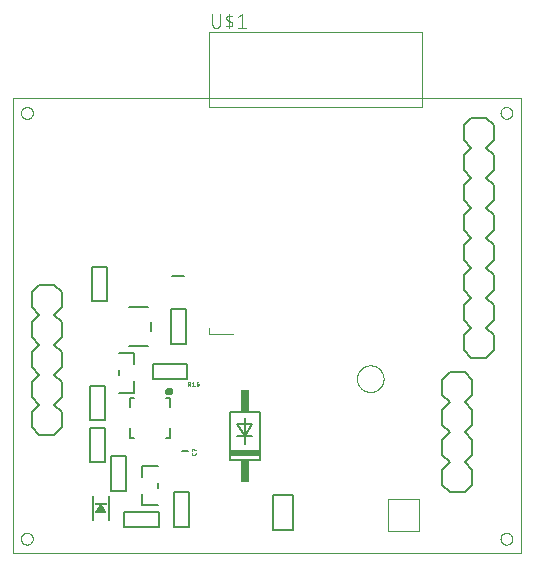
<source format=gto>
G75*
%MOIN*%
%OFA0B0*%
%FSLAX25Y25*%
%IPPOS*%
%LPD*%
%AMOC8*
5,1,8,0,0,1.08239X$1,22.5*
%
%ADD10C,0.00000*%
%ADD11C,0.00394*%
%ADD12C,0.00400*%
%ADD13C,0.00800*%
%ADD14C,0.00600*%
%ADD15R,0.10000X0.02000*%
%ADD16R,0.03000X0.07500*%
%ADD17C,0.01600*%
%ADD18C,0.00300*%
%ADD19R,0.03937X0.00787*%
%ADD20C,0.00500*%
D10*
X0001006Y0001006D02*
X0001006Y0152778D01*
X0170298Y0152778D01*
X0170298Y0001006D01*
X0001006Y0001006D01*
X0003762Y0005928D02*
X0003764Y0006016D01*
X0003770Y0006104D01*
X0003780Y0006192D01*
X0003794Y0006280D01*
X0003811Y0006366D01*
X0003833Y0006452D01*
X0003858Y0006536D01*
X0003888Y0006620D01*
X0003920Y0006702D01*
X0003957Y0006782D01*
X0003997Y0006861D01*
X0004041Y0006938D01*
X0004088Y0007013D01*
X0004138Y0007085D01*
X0004192Y0007156D01*
X0004248Y0007223D01*
X0004308Y0007289D01*
X0004370Y0007351D01*
X0004436Y0007411D01*
X0004503Y0007467D01*
X0004574Y0007521D01*
X0004646Y0007571D01*
X0004721Y0007618D01*
X0004798Y0007662D01*
X0004877Y0007702D01*
X0004957Y0007739D01*
X0005039Y0007771D01*
X0005123Y0007801D01*
X0005207Y0007826D01*
X0005293Y0007848D01*
X0005379Y0007865D01*
X0005467Y0007879D01*
X0005555Y0007889D01*
X0005643Y0007895D01*
X0005731Y0007897D01*
X0005819Y0007895D01*
X0005907Y0007889D01*
X0005995Y0007879D01*
X0006083Y0007865D01*
X0006169Y0007848D01*
X0006255Y0007826D01*
X0006339Y0007801D01*
X0006423Y0007771D01*
X0006505Y0007739D01*
X0006585Y0007702D01*
X0006664Y0007662D01*
X0006741Y0007618D01*
X0006816Y0007571D01*
X0006888Y0007521D01*
X0006959Y0007467D01*
X0007026Y0007411D01*
X0007092Y0007351D01*
X0007154Y0007289D01*
X0007214Y0007223D01*
X0007270Y0007156D01*
X0007324Y0007085D01*
X0007374Y0007013D01*
X0007421Y0006938D01*
X0007465Y0006861D01*
X0007505Y0006782D01*
X0007542Y0006702D01*
X0007574Y0006620D01*
X0007604Y0006536D01*
X0007629Y0006452D01*
X0007651Y0006366D01*
X0007668Y0006280D01*
X0007682Y0006192D01*
X0007692Y0006104D01*
X0007698Y0006016D01*
X0007700Y0005928D01*
X0007698Y0005840D01*
X0007692Y0005752D01*
X0007682Y0005664D01*
X0007668Y0005576D01*
X0007651Y0005490D01*
X0007629Y0005404D01*
X0007604Y0005320D01*
X0007574Y0005236D01*
X0007542Y0005154D01*
X0007505Y0005074D01*
X0007465Y0004995D01*
X0007421Y0004918D01*
X0007374Y0004843D01*
X0007324Y0004771D01*
X0007270Y0004700D01*
X0007214Y0004633D01*
X0007154Y0004567D01*
X0007092Y0004505D01*
X0007026Y0004445D01*
X0006959Y0004389D01*
X0006888Y0004335D01*
X0006816Y0004285D01*
X0006741Y0004238D01*
X0006664Y0004194D01*
X0006585Y0004154D01*
X0006505Y0004117D01*
X0006423Y0004085D01*
X0006339Y0004055D01*
X0006255Y0004030D01*
X0006169Y0004008D01*
X0006083Y0003991D01*
X0005995Y0003977D01*
X0005907Y0003967D01*
X0005819Y0003961D01*
X0005731Y0003959D01*
X0005643Y0003961D01*
X0005555Y0003967D01*
X0005467Y0003977D01*
X0005379Y0003991D01*
X0005293Y0004008D01*
X0005207Y0004030D01*
X0005123Y0004055D01*
X0005039Y0004085D01*
X0004957Y0004117D01*
X0004877Y0004154D01*
X0004798Y0004194D01*
X0004721Y0004238D01*
X0004646Y0004285D01*
X0004574Y0004335D01*
X0004503Y0004389D01*
X0004436Y0004445D01*
X0004370Y0004505D01*
X0004308Y0004567D01*
X0004248Y0004633D01*
X0004192Y0004700D01*
X0004138Y0004771D01*
X0004088Y0004843D01*
X0004041Y0004918D01*
X0003997Y0004995D01*
X0003957Y0005074D01*
X0003920Y0005154D01*
X0003888Y0005236D01*
X0003858Y0005320D01*
X0003833Y0005404D01*
X0003811Y0005490D01*
X0003794Y0005576D01*
X0003780Y0005664D01*
X0003770Y0005752D01*
X0003764Y0005840D01*
X0003762Y0005928D01*
X0115769Y0059273D02*
X0115771Y0059405D01*
X0115777Y0059538D01*
X0115787Y0059670D01*
X0115801Y0059802D01*
X0115818Y0059933D01*
X0115840Y0060064D01*
X0115866Y0060194D01*
X0115895Y0060323D01*
X0115929Y0060451D01*
X0115966Y0060578D01*
X0116007Y0060704D01*
X0116051Y0060829D01*
X0116100Y0060953D01*
X0116152Y0061074D01*
X0116208Y0061195D01*
X0116267Y0061313D01*
X0116330Y0061430D01*
X0116396Y0061545D01*
X0116466Y0061657D01*
X0116539Y0061768D01*
X0116615Y0061876D01*
X0116694Y0061982D01*
X0116777Y0062086D01*
X0116863Y0062187D01*
X0116951Y0062285D01*
X0117043Y0062381D01*
X0117137Y0062474D01*
X0117234Y0062564D01*
X0117334Y0062652D01*
X0117437Y0062736D01*
X0117541Y0062817D01*
X0117649Y0062895D01*
X0117758Y0062969D01*
X0117870Y0063041D01*
X0117984Y0063109D01*
X0118099Y0063173D01*
X0118217Y0063234D01*
X0118336Y0063292D01*
X0118457Y0063346D01*
X0118580Y0063396D01*
X0118704Y0063442D01*
X0118829Y0063485D01*
X0118956Y0063524D01*
X0119084Y0063560D01*
X0119212Y0063591D01*
X0119342Y0063619D01*
X0119472Y0063642D01*
X0119603Y0063662D01*
X0119735Y0063678D01*
X0119867Y0063690D01*
X0119999Y0063698D01*
X0120132Y0063702D01*
X0120264Y0063702D01*
X0120397Y0063698D01*
X0120529Y0063690D01*
X0120661Y0063678D01*
X0120793Y0063662D01*
X0120924Y0063642D01*
X0121054Y0063619D01*
X0121184Y0063591D01*
X0121312Y0063560D01*
X0121440Y0063524D01*
X0121567Y0063485D01*
X0121692Y0063442D01*
X0121816Y0063396D01*
X0121939Y0063346D01*
X0122060Y0063292D01*
X0122179Y0063234D01*
X0122297Y0063173D01*
X0122413Y0063109D01*
X0122526Y0063041D01*
X0122638Y0062969D01*
X0122747Y0062895D01*
X0122855Y0062817D01*
X0122959Y0062736D01*
X0123062Y0062652D01*
X0123162Y0062564D01*
X0123259Y0062474D01*
X0123353Y0062381D01*
X0123445Y0062285D01*
X0123533Y0062187D01*
X0123619Y0062086D01*
X0123702Y0061982D01*
X0123781Y0061876D01*
X0123857Y0061768D01*
X0123930Y0061657D01*
X0124000Y0061545D01*
X0124066Y0061430D01*
X0124129Y0061313D01*
X0124188Y0061195D01*
X0124244Y0061074D01*
X0124296Y0060953D01*
X0124345Y0060829D01*
X0124389Y0060704D01*
X0124430Y0060578D01*
X0124467Y0060451D01*
X0124501Y0060323D01*
X0124530Y0060194D01*
X0124556Y0060064D01*
X0124578Y0059933D01*
X0124595Y0059802D01*
X0124609Y0059670D01*
X0124619Y0059538D01*
X0124625Y0059405D01*
X0124627Y0059273D01*
X0124625Y0059141D01*
X0124619Y0059008D01*
X0124609Y0058876D01*
X0124595Y0058744D01*
X0124578Y0058613D01*
X0124556Y0058482D01*
X0124530Y0058352D01*
X0124501Y0058223D01*
X0124467Y0058095D01*
X0124430Y0057968D01*
X0124389Y0057842D01*
X0124345Y0057717D01*
X0124296Y0057593D01*
X0124244Y0057472D01*
X0124188Y0057351D01*
X0124129Y0057233D01*
X0124066Y0057116D01*
X0124000Y0057001D01*
X0123930Y0056889D01*
X0123857Y0056778D01*
X0123781Y0056670D01*
X0123702Y0056564D01*
X0123619Y0056460D01*
X0123533Y0056359D01*
X0123445Y0056261D01*
X0123353Y0056165D01*
X0123259Y0056072D01*
X0123162Y0055982D01*
X0123062Y0055894D01*
X0122959Y0055810D01*
X0122855Y0055729D01*
X0122747Y0055651D01*
X0122638Y0055577D01*
X0122526Y0055505D01*
X0122412Y0055437D01*
X0122297Y0055373D01*
X0122179Y0055312D01*
X0122060Y0055254D01*
X0121939Y0055200D01*
X0121816Y0055150D01*
X0121692Y0055104D01*
X0121567Y0055061D01*
X0121440Y0055022D01*
X0121312Y0054986D01*
X0121184Y0054955D01*
X0121054Y0054927D01*
X0120924Y0054904D01*
X0120793Y0054884D01*
X0120661Y0054868D01*
X0120529Y0054856D01*
X0120397Y0054848D01*
X0120264Y0054844D01*
X0120132Y0054844D01*
X0119999Y0054848D01*
X0119867Y0054856D01*
X0119735Y0054868D01*
X0119603Y0054884D01*
X0119472Y0054904D01*
X0119342Y0054927D01*
X0119212Y0054955D01*
X0119084Y0054986D01*
X0118956Y0055022D01*
X0118829Y0055061D01*
X0118704Y0055104D01*
X0118580Y0055150D01*
X0118457Y0055200D01*
X0118336Y0055254D01*
X0118217Y0055312D01*
X0118099Y0055373D01*
X0117983Y0055437D01*
X0117870Y0055505D01*
X0117758Y0055577D01*
X0117649Y0055651D01*
X0117541Y0055729D01*
X0117437Y0055810D01*
X0117334Y0055894D01*
X0117234Y0055982D01*
X0117137Y0056072D01*
X0117043Y0056165D01*
X0116951Y0056261D01*
X0116863Y0056359D01*
X0116777Y0056460D01*
X0116694Y0056564D01*
X0116615Y0056670D01*
X0116539Y0056778D01*
X0116466Y0056889D01*
X0116396Y0057001D01*
X0116330Y0057116D01*
X0116267Y0057233D01*
X0116208Y0057351D01*
X0116152Y0057472D01*
X0116100Y0057593D01*
X0116051Y0057717D01*
X0116007Y0057842D01*
X0115966Y0057968D01*
X0115929Y0058095D01*
X0115895Y0058223D01*
X0115866Y0058352D01*
X0115840Y0058482D01*
X0115818Y0058613D01*
X0115801Y0058744D01*
X0115787Y0058876D01*
X0115777Y0059008D01*
X0115771Y0059141D01*
X0115769Y0059273D01*
X0163604Y0005928D02*
X0163606Y0006016D01*
X0163612Y0006104D01*
X0163622Y0006192D01*
X0163636Y0006280D01*
X0163653Y0006366D01*
X0163675Y0006452D01*
X0163700Y0006536D01*
X0163730Y0006620D01*
X0163762Y0006702D01*
X0163799Y0006782D01*
X0163839Y0006861D01*
X0163883Y0006938D01*
X0163930Y0007013D01*
X0163980Y0007085D01*
X0164034Y0007156D01*
X0164090Y0007223D01*
X0164150Y0007289D01*
X0164212Y0007351D01*
X0164278Y0007411D01*
X0164345Y0007467D01*
X0164416Y0007521D01*
X0164488Y0007571D01*
X0164563Y0007618D01*
X0164640Y0007662D01*
X0164719Y0007702D01*
X0164799Y0007739D01*
X0164881Y0007771D01*
X0164965Y0007801D01*
X0165049Y0007826D01*
X0165135Y0007848D01*
X0165221Y0007865D01*
X0165309Y0007879D01*
X0165397Y0007889D01*
X0165485Y0007895D01*
X0165573Y0007897D01*
X0165661Y0007895D01*
X0165749Y0007889D01*
X0165837Y0007879D01*
X0165925Y0007865D01*
X0166011Y0007848D01*
X0166097Y0007826D01*
X0166181Y0007801D01*
X0166265Y0007771D01*
X0166347Y0007739D01*
X0166427Y0007702D01*
X0166506Y0007662D01*
X0166583Y0007618D01*
X0166658Y0007571D01*
X0166730Y0007521D01*
X0166801Y0007467D01*
X0166868Y0007411D01*
X0166934Y0007351D01*
X0166996Y0007289D01*
X0167056Y0007223D01*
X0167112Y0007156D01*
X0167166Y0007085D01*
X0167216Y0007013D01*
X0167263Y0006938D01*
X0167307Y0006861D01*
X0167347Y0006782D01*
X0167384Y0006702D01*
X0167416Y0006620D01*
X0167446Y0006536D01*
X0167471Y0006452D01*
X0167493Y0006366D01*
X0167510Y0006280D01*
X0167524Y0006192D01*
X0167534Y0006104D01*
X0167540Y0006016D01*
X0167542Y0005928D01*
X0167540Y0005840D01*
X0167534Y0005752D01*
X0167524Y0005664D01*
X0167510Y0005576D01*
X0167493Y0005490D01*
X0167471Y0005404D01*
X0167446Y0005320D01*
X0167416Y0005236D01*
X0167384Y0005154D01*
X0167347Y0005074D01*
X0167307Y0004995D01*
X0167263Y0004918D01*
X0167216Y0004843D01*
X0167166Y0004771D01*
X0167112Y0004700D01*
X0167056Y0004633D01*
X0166996Y0004567D01*
X0166934Y0004505D01*
X0166868Y0004445D01*
X0166801Y0004389D01*
X0166730Y0004335D01*
X0166658Y0004285D01*
X0166583Y0004238D01*
X0166506Y0004194D01*
X0166427Y0004154D01*
X0166347Y0004117D01*
X0166265Y0004085D01*
X0166181Y0004055D01*
X0166097Y0004030D01*
X0166011Y0004008D01*
X0165925Y0003991D01*
X0165837Y0003977D01*
X0165749Y0003967D01*
X0165661Y0003961D01*
X0165573Y0003959D01*
X0165485Y0003961D01*
X0165397Y0003967D01*
X0165309Y0003977D01*
X0165221Y0003991D01*
X0165135Y0004008D01*
X0165049Y0004030D01*
X0164965Y0004055D01*
X0164881Y0004085D01*
X0164799Y0004117D01*
X0164719Y0004154D01*
X0164640Y0004194D01*
X0164563Y0004238D01*
X0164488Y0004285D01*
X0164416Y0004335D01*
X0164345Y0004389D01*
X0164278Y0004445D01*
X0164212Y0004505D01*
X0164150Y0004567D01*
X0164090Y0004633D01*
X0164034Y0004700D01*
X0163980Y0004771D01*
X0163930Y0004843D01*
X0163883Y0004918D01*
X0163839Y0004995D01*
X0163799Y0005074D01*
X0163762Y0005154D01*
X0163730Y0005236D01*
X0163700Y0005320D01*
X0163675Y0005404D01*
X0163653Y0005490D01*
X0163636Y0005576D01*
X0163622Y0005664D01*
X0163612Y0005752D01*
X0163606Y0005840D01*
X0163604Y0005928D01*
X0163604Y0147857D02*
X0163606Y0147945D01*
X0163612Y0148033D01*
X0163622Y0148121D01*
X0163636Y0148209D01*
X0163653Y0148295D01*
X0163675Y0148381D01*
X0163700Y0148465D01*
X0163730Y0148549D01*
X0163762Y0148631D01*
X0163799Y0148711D01*
X0163839Y0148790D01*
X0163883Y0148867D01*
X0163930Y0148942D01*
X0163980Y0149014D01*
X0164034Y0149085D01*
X0164090Y0149152D01*
X0164150Y0149218D01*
X0164212Y0149280D01*
X0164278Y0149340D01*
X0164345Y0149396D01*
X0164416Y0149450D01*
X0164488Y0149500D01*
X0164563Y0149547D01*
X0164640Y0149591D01*
X0164719Y0149631D01*
X0164799Y0149668D01*
X0164881Y0149700D01*
X0164965Y0149730D01*
X0165049Y0149755D01*
X0165135Y0149777D01*
X0165221Y0149794D01*
X0165309Y0149808D01*
X0165397Y0149818D01*
X0165485Y0149824D01*
X0165573Y0149826D01*
X0165661Y0149824D01*
X0165749Y0149818D01*
X0165837Y0149808D01*
X0165925Y0149794D01*
X0166011Y0149777D01*
X0166097Y0149755D01*
X0166181Y0149730D01*
X0166265Y0149700D01*
X0166347Y0149668D01*
X0166427Y0149631D01*
X0166506Y0149591D01*
X0166583Y0149547D01*
X0166658Y0149500D01*
X0166730Y0149450D01*
X0166801Y0149396D01*
X0166868Y0149340D01*
X0166934Y0149280D01*
X0166996Y0149218D01*
X0167056Y0149152D01*
X0167112Y0149085D01*
X0167166Y0149014D01*
X0167216Y0148942D01*
X0167263Y0148867D01*
X0167307Y0148790D01*
X0167347Y0148711D01*
X0167384Y0148631D01*
X0167416Y0148549D01*
X0167446Y0148465D01*
X0167471Y0148381D01*
X0167493Y0148295D01*
X0167510Y0148209D01*
X0167524Y0148121D01*
X0167534Y0148033D01*
X0167540Y0147945D01*
X0167542Y0147857D01*
X0167540Y0147769D01*
X0167534Y0147681D01*
X0167524Y0147593D01*
X0167510Y0147505D01*
X0167493Y0147419D01*
X0167471Y0147333D01*
X0167446Y0147249D01*
X0167416Y0147165D01*
X0167384Y0147083D01*
X0167347Y0147003D01*
X0167307Y0146924D01*
X0167263Y0146847D01*
X0167216Y0146772D01*
X0167166Y0146700D01*
X0167112Y0146629D01*
X0167056Y0146562D01*
X0166996Y0146496D01*
X0166934Y0146434D01*
X0166868Y0146374D01*
X0166801Y0146318D01*
X0166730Y0146264D01*
X0166658Y0146214D01*
X0166583Y0146167D01*
X0166506Y0146123D01*
X0166427Y0146083D01*
X0166347Y0146046D01*
X0166265Y0146014D01*
X0166181Y0145984D01*
X0166097Y0145959D01*
X0166011Y0145937D01*
X0165925Y0145920D01*
X0165837Y0145906D01*
X0165749Y0145896D01*
X0165661Y0145890D01*
X0165573Y0145888D01*
X0165485Y0145890D01*
X0165397Y0145896D01*
X0165309Y0145906D01*
X0165221Y0145920D01*
X0165135Y0145937D01*
X0165049Y0145959D01*
X0164965Y0145984D01*
X0164881Y0146014D01*
X0164799Y0146046D01*
X0164719Y0146083D01*
X0164640Y0146123D01*
X0164563Y0146167D01*
X0164488Y0146214D01*
X0164416Y0146264D01*
X0164345Y0146318D01*
X0164278Y0146374D01*
X0164212Y0146434D01*
X0164150Y0146496D01*
X0164090Y0146562D01*
X0164034Y0146629D01*
X0163980Y0146700D01*
X0163930Y0146772D01*
X0163883Y0146847D01*
X0163839Y0146924D01*
X0163799Y0147003D01*
X0163762Y0147083D01*
X0163730Y0147165D01*
X0163700Y0147249D01*
X0163675Y0147333D01*
X0163653Y0147419D01*
X0163636Y0147505D01*
X0163622Y0147593D01*
X0163612Y0147681D01*
X0163606Y0147769D01*
X0163604Y0147857D01*
X0003762Y0147857D02*
X0003764Y0147945D01*
X0003770Y0148033D01*
X0003780Y0148121D01*
X0003794Y0148209D01*
X0003811Y0148295D01*
X0003833Y0148381D01*
X0003858Y0148465D01*
X0003888Y0148549D01*
X0003920Y0148631D01*
X0003957Y0148711D01*
X0003997Y0148790D01*
X0004041Y0148867D01*
X0004088Y0148942D01*
X0004138Y0149014D01*
X0004192Y0149085D01*
X0004248Y0149152D01*
X0004308Y0149218D01*
X0004370Y0149280D01*
X0004436Y0149340D01*
X0004503Y0149396D01*
X0004574Y0149450D01*
X0004646Y0149500D01*
X0004721Y0149547D01*
X0004798Y0149591D01*
X0004877Y0149631D01*
X0004957Y0149668D01*
X0005039Y0149700D01*
X0005123Y0149730D01*
X0005207Y0149755D01*
X0005293Y0149777D01*
X0005379Y0149794D01*
X0005467Y0149808D01*
X0005555Y0149818D01*
X0005643Y0149824D01*
X0005731Y0149826D01*
X0005819Y0149824D01*
X0005907Y0149818D01*
X0005995Y0149808D01*
X0006083Y0149794D01*
X0006169Y0149777D01*
X0006255Y0149755D01*
X0006339Y0149730D01*
X0006423Y0149700D01*
X0006505Y0149668D01*
X0006585Y0149631D01*
X0006664Y0149591D01*
X0006741Y0149547D01*
X0006816Y0149500D01*
X0006888Y0149450D01*
X0006959Y0149396D01*
X0007026Y0149340D01*
X0007092Y0149280D01*
X0007154Y0149218D01*
X0007214Y0149152D01*
X0007270Y0149085D01*
X0007324Y0149014D01*
X0007374Y0148942D01*
X0007421Y0148867D01*
X0007465Y0148790D01*
X0007505Y0148711D01*
X0007542Y0148631D01*
X0007574Y0148549D01*
X0007604Y0148465D01*
X0007629Y0148381D01*
X0007651Y0148295D01*
X0007668Y0148209D01*
X0007682Y0148121D01*
X0007692Y0148033D01*
X0007698Y0147945D01*
X0007700Y0147857D01*
X0007698Y0147769D01*
X0007692Y0147681D01*
X0007682Y0147593D01*
X0007668Y0147505D01*
X0007651Y0147419D01*
X0007629Y0147333D01*
X0007604Y0147249D01*
X0007574Y0147165D01*
X0007542Y0147083D01*
X0007505Y0147003D01*
X0007465Y0146924D01*
X0007421Y0146847D01*
X0007374Y0146772D01*
X0007324Y0146700D01*
X0007270Y0146629D01*
X0007214Y0146562D01*
X0007154Y0146496D01*
X0007092Y0146434D01*
X0007026Y0146374D01*
X0006959Y0146318D01*
X0006888Y0146264D01*
X0006816Y0146214D01*
X0006741Y0146167D01*
X0006664Y0146123D01*
X0006585Y0146083D01*
X0006505Y0146046D01*
X0006423Y0146014D01*
X0006339Y0145984D01*
X0006255Y0145959D01*
X0006169Y0145937D01*
X0006083Y0145920D01*
X0005995Y0145906D01*
X0005907Y0145896D01*
X0005819Y0145890D01*
X0005731Y0145888D01*
X0005643Y0145890D01*
X0005555Y0145896D01*
X0005467Y0145906D01*
X0005379Y0145920D01*
X0005293Y0145937D01*
X0005207Y0145959D01*
X0005123Y0145984D01*
X0005039Y0146014D01*
X0004957Y0146046D01*
X0004877Y0146083D01*
X0004798Y0146123D01*
X0004721Y0146167D01*
X0004646Y0146214D01*
X0004574Y0146264D01*
X0004503Y0146318D01*
X0004436Y0146374D01*
X0004370Y0146434D01*
X0004308Y0146496D01*
X0004248Y0146562D01*
X0004192Y0146629D01*
X0004138Y0146700D01*
X0004088Y0146772D01*
X0004041Y0146847D01*
X0003997Y0146924D01*
X0003957Y0147003D01*
X0003920Y0147083D01*
X0003888Y0147165D01*
X0003858Y0147249D01*
X0003833Y0147333D01*
X0003811Y0147419D01*
X0003794Y0147505D01*
X0003780Y0147593D01*
X0003770Y0147681D01*
X0003764Y0147769D01*
X0003762Y0147857D01*
D11*
X0066412Y0149872D02*
X0066412Y0174676D01*
X0137278Y0174676D01*
X0137278Y0149872D01*
X0066412Y0149872D01*
X0066412Y0076250D02*
X0066412Y0074282D01*
X0074286Y0074282D01*
X0126185Y0019106D02*
X0126185Y0008476D01*
X0136421Y0008476D01*
X0136421Y0019106D01*
X0126185Y0019106D01*
D12*
X0078650Y0176194D02*
X0076095Y0176194D01*
X0077373Y0176194D02*
X0077373Y0180794D01*
X0076095Y0179772D01*
X0073812Y0178111D02*
X0073173Y0178494D01*
X0072534Y0178878D01*
X0072150Y0176961D02*
X0072225Y0176918D01*
X0072301Y0176879D01*
X0072379Y0176842D01*
X0072458Y0176810D01*
X0072539Y0176780D01*
X0072621Y0176754D01*
X0072704Y0176732D01*
X0072788Y0176713D01*
X0072872Y0176697D01*
X0072957Y0176686D01*
X0073043Y0176678D01*
X0073128Y0176673D01*
X0073214Y0176672D01*
X0073300Y0176675D01*
X0073386Y0176681D01*
X0073471Y0176691D01*
X0073556Y0176705D01*
X0073173Y0176194D02*
X0073173Y0180794D01*
X0072790Y0180283D02*
X0072737Y0180271D01*
X0072685Y0180256D01*
X0072634Y0180236D01*
X0072585Y0180214D01*
X0072537Y0180188D01*
X0072491Y0180158D01*
X0072448Y0180126D01*
X0072407Y0180090D01*
X0072368Y0180052D01*
X0072333Y0180011D01*
X0072300Y0179967D01*
X0072271Y0179922D01*
X0072245Y0179874D01*
X0072222Y0179824D01*
X0072203Y0179774D01*
X0072188Y0179722D01*
X0072176Y0179668D01*
X0072169Y0179615D01*
X0072165Y0179561D01*
X0072164Y0179506D01*
X0072168Y0179452D01*
X0072176Y0179398D01*
X0072187Y0179345D01*
X0072202Y0179293D01*
X0072221Y0179242D01*
X0072244Y0179193D01*
X0072269Y0179145D01*
X0072299Y0179099D01*
X0072331Y0179056D01*
X0072366Y0179014D01*
X0072405Y0178976D01*
X0072446Y0178940D01*
X0072489Y0178907D01*
X0072534Y0178878D01*
X0072789Y0180284D02*
X0072874Y0180298D01*
X0072959Y0180308D01*
X0073045Y0180314D01*
X0073131Y0180317D01*
X0073217Y0180316D01*
X0073302Y0180311D01*
X0073388Y0180303D01*
X0073473Y0180292D01*
X0073557Y0180276D01*
X0073641Y0180257D01*
X0073724Y0180235D01*
X0073806Y0180209D01*
X0073887Y0180179D01*
X0073966Y0180147D01*
X0074044Y0180110D01*
X0074120Y0180071D01*
X0074195Y0180028D01*
X0073812Y0178111D02*
X0073857Y0178082D01*
X0073900Y0178049D01*
X0073941Y0178013D01*
X0073980Y0177975D01*
X0074015Y0177933D01*
X0074047Y0177890D01*
X0074077Y0177844D01*
X0074102Y0177796D01*
X0074125Y0177747D01*
X0074144Y0177696D01*
X0074159Y0177644D01*
X0074170Y0177591D01*
X0074178Y0177537D01*
X0074182Y0177483D01*
X0074181Y0177428D01*
X0074177Y0177374D01*
X0074170Y0177321D01*
X0074158Y0177267D01*
X0074143Y0177215D01*
X0074124Y0177165D01*
X0074101Y0177115D01*
X0074075Y0177067D01*
X0074046Y0177022D01*
X0074013Y0176978D01*
X0073978Y0176937D01*
X0073939Y0176899D01*
X0073898Y0176863D01*
X0073855Y0176831D01*
X0073809Y0176801D01*
X0073761Y0176775D01*
X0073712Y0176753D01*
X0073661Y0176733D01*
X0073609Y0176718D01*
X0073556Y0176706D01*
X0070100Y0177472D02*
X0070100Y0180794D01*
X0067545Y0180794D02*
X0067545Y0177472D01*
X0067547Y0177402D01*
X0067553Y0177331D01*
X0067562Y0177262D01*
X0067576Y0177193D01*
X0067593Y0177124D01*
X0067614Y0177057D01*
X0067639Y0176991D01*
X0067667Y0176927D01*
X0067699Y0176864D01*
X0067734Y0176803D01*
X0067773Y0176744D01*
X0067814Y0176687D01*
X0067859Y0176633D01*
X0067907Y0176581D01*
X0067957Y0176532D01*
X0068011Y0176485D01*
X0068066Y0176442D01*
X0068124Y0176402D01*
X0068184Y0176365D01*
X0068246Y0176332D01*
X0068310Y0176302D01*
X0068375Y0176275D01*
X0068441Y0176252D01*
X0068509Y0176233D01*
X0068578Y0176218D01*
X0068647Y0176206D01*
X0068717Y0176198D01*
X0068788Y0176194D01*
X0068858Y0176194D01*
X0068929Y0176198D01*
X0068999Y0176206D01*
X0069068Y0176218D01*
X0069137Y0176233D01*
X0069205Y0176252D01*
X0069271Y0176275D01*
X0069336Y0176302D01*
X0069400Y0176332D01*
X0069462Y0176365D01*
X0069522Y0176402D01*
X0069580Y0176442D01*
X0069635Y0176485D01*
X0069689Y0176532D01*
X0069739Y0176581D01*
X0069787Y0176633D01*
X0069832Y0176687D01*
X0069873Y0176744D01*
X0069912Y0176803D01*
X0069947Y0176864D01*
X0069979Y0176927D01*
X0070007Y0176991D01*
X0070032Y0177057D01*
X0070053Y0177124D01*
X0070070Y0177193D01*
X0070084Y0177262D01*
X0070093Y0177331D01*
X0070099Y0177402D01*
X0070101Y0177472D01*
D13*
X0032361Y0096666D02*
X0027361Y0096666D01*
X0027361Y0085166D01*
X0032361Y0085166D01*
X0032361Y0096666D01*
X0039711Y0083239D02*
X0046010Y0083239D01*
X0046994Y0078317D02*
X0046994Y0075168D01*
X0046010Y0070246D02*
X0039711Y0070246D01*
X0041567Y0067827D02*
X0036398Y0067827D01*
X0041567Y0067827D02*
X0041567Y0064052D01*
X0036367Y0062173D02*
X0036367Y0060367D01*
X0041567Y0058433D02*
X0041567Y0054658D01*
X0036398Y0054658D01*
X0040168Y0052935D02*
X0040168Y0049786D01*
X0040168Y0052935D02*
X0041546Y0052935D01*
X0047611Y0059136D02*
X0047611Y0064136D01*
X0059111Y0064136D01*
X0059111Y0059136D01*
X0047611Y0059136D01*
X0052176Y0052935D02*
X0053554Y0052935D01*
X0053554Y0049786D01*
X0053554Y0042699D02*
X0053554Y0039550D01*
X0052176Y0039550D01*
X0057361Y0035243D02*
X0059361Y0035243D01*
X0049429Y0030327D02*
X0044261Y0030327D01*
X0044261Y0026552D01*
X0049461Y0024618D02*
X0049461Y0022812D01*
X0044261Y0020933D02*
X0044261Y0017158D01*
X0049429Y0017158D01*
X0049611Y0014743D02*
X0049611Y0009743D01*
X0038111Y0009743D01*
X0038111Y0014743D01*
X0049611Y0014743D01*
X0054861Y0009993D02*
X0054861Y0021493D01*
X0059861Y0021493D01*
X0059861Y0009993D01*
X0054861Y0009993D01*
X0038861Y0021993D02*
X0033861Y0021993D01*
X0033861Y0033493D01*
X0038861Y0033493D01*
X0038861Y0021993D01*
X0033117Y0020180D02*
X0033117Y0012306D01*
X0031935Y0014865D02*
X0028786Y0014865D01*
X0030361Y0017227D01*
X0031935Y0014865D01*
X0031148Y0015455D02*
X0029573Y0015455D01*
X0030361Y0016636D01*
X0031148Y0015455D01*
X0030666Y0016178D02*
X0030055Y0016178D01*
X0027605Y0012306D02*
X0027605Y0020180D01*
X0026861Y0031493D02*
X0031861Y0031493D01*
X0031861Y0042993D01*
X0026861Y0042993D01*
X0026861Y0031493D01*
X0017424Y0043152D02*
X0014924Y0040652D01*
X0009924Y0040652D01*
X0007424Y0043152D01*
X0007424Y0048152D01*
X0009924Y0050652D01*
X0007424Y0053152D01*
X0007424Y0058152D01*
X0009924Y0060652D01*
X0007424Y0063152D01*
X0007424Y0068152D01*
X0009924Y0070652D01*
X0007424Y0073152D01*
X0007424Y0078152D01*
X0009924Y0080652D01*
X0007424Y0083152D01*
X0007424Y0088152D01*
X0009924Y0090652D01*
X0014924Y0090652D01*
X0017424Y0088152D01*
X0017424Y0083152D01*
X0014924Y0080652D01*
X0017424Y0078152D01*
X0017424Y0073152D01*
X0014924Y0070652D01*
X0017424Y0068152D01*
X0017424Y0063152D01*
X0014924Y0060652D01*
X0017424Y0058152D01*
X0017424Y0053152D01*
X0014924Y0050652D01*
X0017424Y0048152D01*
X0017424Y0043152D01*
X0026754Y0045493D02*
X0026754Y0056993D01*
X0031754Y0056993D01*
X0031754Y0045493D01*
X0026754Y0045493D01*
X0040168Y0042699D02*
X0040168Y0039550D01*
X0041546Y0039550D01*
X0053861Y0070993D02*
X0053861Y0082493D01*
X0058861Y0082493D01*
X0058861Y0070993D01*
X0053861Y0070993D01*
X0144235Y0058900D02*
X0144235Y0053900D01*
X0146735Y0051400D01*
X0144235Y0048900D01*
X0144235Y0043900D01*
X0146735Y0041400D01*
X0144235Y0038900D01*
X0144235Y0033900D01*
X0146735Y0031400D01*
X0144235Y0028900D01*
X0144235Y0023900D01*
X0146735Y0021400D01*
X0151735Y0021400D01*
X0154235Y0023900D01*
X0154235Y0028900D01*
X0151735Y0031400D01*
X0154235Y0033900D01*
X0154235Y0038900D01*
X0151735Y0041400D01*
X0154235Y0043900D01*
X0154235Y0048900D01*
X0151735Y0051400D01*
X0154235Y0053900D01*
X0154235Y0058900D01*
X0151735Y0061400D01*
X0146735Y0061400D01*
X0144235Y0058900D01*
X0153821Y0066282D02*
X0151321Y0068782D01*
X0151321Y0073782D01*
X0153821Y0076282D01*
X0151321Y0078782D01*
X0151321Y0083782D01*
X0153821Y0086282D01*
X0151321Y0088782D01*
X0151321Y0093782D01*
X0153821Y0096282D01*
X0151321Y0098782D01*
X0151321Y0103782D01*
X0153821Y0106282D01*
X0151321Y0108782D01*
X0151321Y0113782D01*
X0153821Y0116282D01*
X0151321Y0118782D01*
X0151321Y0123782D01*
X0153821Y0126282D01*
X0151321Y0128782D01*
X0151321Y0133782D01*
X0153821Y0136282D01*
X0151321Y0138782D01*
X0151321Y0143782D01*
X0153821Y0146282D01*
X0158821Y0146282D01*
X0161321Y0143782D01*
X0161321Y0138782D01*
X0158821Y0136282D01*
X0161321Y0133782D01*
X0161321Y0128782D01*
X0158821Y0126282D01*
X0161321Y0123782D01*
X0161321Y0118782D01*
X0158821Y0116282D01*
X0161321Y0113782D01*
X0161321Y0108782D01*
X0158821Y0106282D01*
X0161321Y0103782D01*
X0161321Y0098782D01*
X0158821Y0096282D01*
X0161321Y0093782D01*
X0161321Y0088782D01*
X0158821Y0086282D01*
X0161321Y0083782D01*
X0161321Y0078782D01*
X0158821Y0076282D01*
X0161321Y0073782D01*
X0161321Y0068782D01*
X0158821Y0066282D01*
X0153821Y0066282D01*
D14*
X0094303Y0020591D02*
X0094303Y0008991D01*
X0087903Y0008991D01*
X0087903Y0020591D01*
X0094303Y0020591D01*
X0083303Y0032091D02*
X0073303Y0032091D01*
X0073303Y0048091D01*
X0083303Y0048091D01*
X0083303Y0032091D01*
X0078303Y0037591D02*
X0078303Y0040091D01*
X0080803Y0040091D01*
X0078303Y0040091D02*
X0080803Y0044091D01*
X0075803Y0044091D01*
X0078303Y0040091D01*
X0075803Y0040091D01*
X0078303Y0040091D02*
X0078303Y0046091D01*
D15*
X0078303Y0034591D03*
D16*
X0078303Y0028341D03*
X0078303Y0051841D03*
D17*
X0052569Y0055101D02*
X0052571Y0055140D01*
X0052577Y0055179D01*
X0052587Y0055217D01*
X0052600Y0055254D01*
X0052617Y0055289D01*
X0052637Y0055323D01*
X0052661Y0055354D01*
X0052688Y0055383D01*
X0052717Y0055409D01*
X0052749Y0055432D01*
X0052783Y0055452D01*
X0052819Y0055468D01*
X0052856Y0055480D01*
X0052895Y0055489D01*
X0052934Y0055494D01*
X0052973Y0055495D01*
X0053012Y0055492D01*
X0053051Y0055485D01*
X0053088Y0055474D01*
X0053125Y0055460D01*
X0053160Y0055442D01*
X0053193Y0055421D01*
X0053224Y0055396D01*
X0053252Y0055369D01*
X0053277Y0055339D01*
X0053299Y0055306D01*
X0053318Y0055272D01*
X0053333Y0055236D01*
X0053345Y0055198D01*
X0053353Y0055160D01*
X0053357Y0055121D01*
X0053357Y0055081D01*
X0053353Y0055042D01*
X0053345Y0055004D01*
X0053333Y0054966D01*
X0053318Y0054930D01*
X0053299Y0054896D01*
X0053277Y0054863D01*
X0053252Y0054833D01*
X0053224Y0054806D01*
X0053193Y0054781D01*
X0053160Y0054760D01*
X0053125Y0054742D01*
X0053088Y0054728D01*
X0053051Y0054717D01*
X0053012Y0054710D01*
X0052973Y0054707D01*
X0052934Y0054708D01*
X0052895Y0054713D01*
X0052856Y0054722D01*
X0052819Y0054734D01*
X0052783Y0054750D01*
X0052749Y0054770D01*
X0052717Y0054793D01*
X0052688Y0054819D01*
X0052661Y0054848D01*
X0052637Y0054879D01*
X0052617Y0054913D01*
X0052600Y0054948D01*
X0052587Y0054985D01*
X0052577Y0055023D01*
X0052571Y0055062D01*
X0052569Y0055101D01*
D18*
X0059465Y0056944D02*
X0059465Y0058244D01*
X0059826Y0058244D01*
X0059864Y0058242D01*
X0059901Y0058236D01*
X0059938Y0058226D01*
X0059973Y0058213D01*
X0060007Y0058196D01*
X0060038Y0058175D01*
X0060068Y0058151D01*
X0060094Y0058125D01*
X0060118Y0058095D01*
X0060139Y0058064D01*
X0060156Y0058030D01*
X0060169Y0057995D01*
X0060179Y0057958D01*
X0060185Y0057921D01*
X0060187Y0057883D01*
X0060185Y0057845D01*
X0060179Y0057808D01*
X0060169Y0057771D01*
X0060156Y0057736D01*
X0060139Y0057703D01*
X0060118Y0057671D01*
X0060094Y0057641D01*
X0060068Y0057615D01*
X0060038Y0057591D01*
X0060007Y0057570D01*
X0059973Y0057553D01*
X0059938Y0057540D01*
X0059901Y0057530D01*
X0059864Y0057524D01*
X0059826Y0057522D01*
X0059826Y0057521D02*
X0059465Y0057521D01*
X0059899Y0057521D02*
X0060188Y0056944D01*
X0060890Y0056944D02*
X0061612Y0056944D01*
X0061251Y0056944D02*
X0061251Y0058244D01*
X0060890Y0057955D01*
X0062330Y0057666D02*
X0062330Y0057305D01*
X0062330Y0057666D02*
X0062763Y0057666D01*
X0062330Y0057666D02*
X0062332Y0057714D01*
X0062338Y0057761D01*
X0062348Y0057808D01*
X0062361Y0057854D01*
X0062379Y0057898D01*
X0062400Y0057941D01*
X0062424Y0057982D01*
X0062452Y0058021D01*
X0062483Y0058057D01*
X0062517Y0058091D01*
X0062553Y0058122D01*
X0062592Y0058150D01*
X0062633Y0058174D01*
X0062676Y0058195D01*
X0062720Y0058213D01*
X0062766Y0058226D01*
X0062813Y0058236D01*
X0062860Y0058242D01*
X0062908Y0058244D01*
X0063052Y0057377D02*
X0063052Y0057305D01*
X0063052Y0057377D02*
X0063050Y0057409D01*
X0063045Y0057441D01*
X0063036Y0057472D01*
X0063023Y0057502D01*
X0063008Y0057531D01*
X0062989Y0057557D01*
X0062967Y0057581D01*
X0062943Y0057603D01*
X0062917Y0057622D01*
X0062888Y0057637D01*
X0062858Y0057650D01*
X0062827Y0057659D01*
X0062795Y0057664D01*
X0062763Y0057666D01*
X0063052Y0057305D02*
X0063050Y0057267D01*
X0063044Y0057230D01*
X0063034Y0057193D01*
X0063021Y0057158D01*
X0063004Y0057125D01*
X0062983Y0057093D01*
X0062959Y0057063D01*
X0062933Y0057037D01*
X0062903Y0057013D01*
X0062872Y0056992D01*
X0062838Y0056975D01*
X0062803Y0056962D01*
X0062766Y0056952D01*
X0062729Y0056946D01*
X0062691Y0056944D01*
X0062653Y0056946D01*
X0062616Y0056952D01*
X0062579Y0056962D01*
X0062544Y0056975D01*
X0062511Y0056992D01*
X0062479Y0057013D01*
X0062449Y0057037D01*
X0062423Y0057063D01*
X0062399Y0057093D01*
X0062378Y0057125D01*
X0062361Y0057158D01*
X0062348Y0057193D01*
X0062338Y0057230D01*
X0062332Y0057267D01*
X0062330Y0057305D01*
X0060648Y0035768D02*
X0061948Y0035407D01*
X0061948Y0034416D02*
X0061948Y0034127D01*
X0061949Y0034127D02*
X0061947Y0034095D01*
X0061942Y0034063D01*
X0061933Y0034032D01*
X0061920Y0034002D01*
X0061905Y0033973D01*
X0061886Y0033947D01*
X0061864Y0033923D01*
X0061840Y0033901D01*
X0061814Y0033882D01*
X0061785Y0033867D01*
X0061755Y0033854D01*
X0061724Y0033845D01*
X0061692Y0033840D01*
X0061660Y0033838D01*
X0061660Y0033839D02*
X0060937Y0033839D01*
X0060937Y0033838D02*
X0060905Y0033840D01*
X0060873Y0033845D01*
X0060842Y0033854D01*
X0060812Y0033867D01*
X0060783Y0033882D01*
X0060757Y0033901D01*
X0060733Y0033923D01*
X0060711Y0033947D01*
X0060692Y0033973D01*
X0060677Y0034002D01*
X0060664Y0034032D01*
X0060655Y0034063D01*
X0060650Y0034095D01*
X0060648Y0034127D01*
X0060648Y0034416D01*
X0060648Y0035045D02*
X0060648Y0035768D01*
X0060648Y0035045D02*
X0060793Y0035045D01*
D19*
X0030361Y0017620D03*
D20*
X0054249Y0093575D02*
X0057999Y0093575D01*
M02*

</source>
